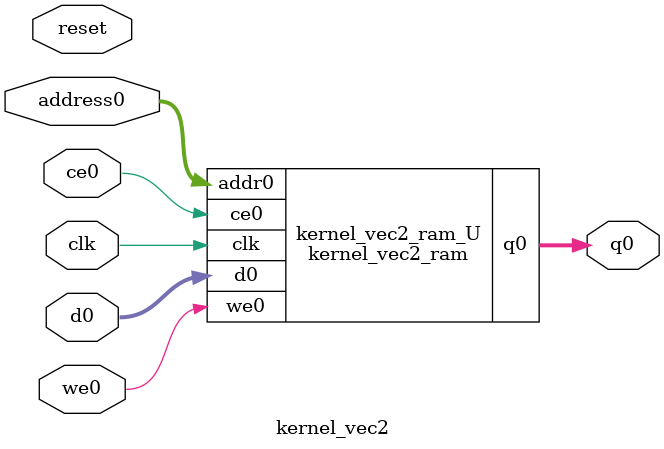
<source format=v>
`timescale 1 ns / 1 ps
module kernel_vec2_ram (addr0, ce0, d0, we0, q0,  clk);

parameter DWIDTH = 32;
parameter AWIDTH = 3;
parameter MEM_SIZE = 8;

input[AWIDTH-1:0] addr0;
input ce0;
input[DWIDTH-1:0] d0;
input we0;
output reg[DWIDTH-1:0] q0;
input clk;

(* ram_style = "distributed" *)reg [DWIDTH-1:0] ram[0:MEM_SIZE-1];




always @(posedge clk)  
begin 
    if (ce0) begin
        if (we0) 
            ram[addr0] <= d0; 
        q0 <= ram[addr0];
    end
end


endmodule

`timescale 1 ns / 1 ps
module kernel_vec2(
    reset,
    clk,
    address0,
    ce0,
    we0,
    d0,
    q0);

parameter DataWidth = 32'd32;
parameter AddressRange = 32'd8;
parameter AddressWidth = 32'd3;
input reset;
input clk;
input[AddressWidth - 1:0] address0;
input ce0;
input we0;
input[DataWidth - 1:0] d0;
output[DataWidth - 1:0] q0;



kernel_vec2_ram kernel_vec2_ram_U(
    .clk( clk ),
    .addr0( address0 ),
    .ce0( ce0 ),
    .we0( we0 ),
    .d0( d0 ),
    .q0( q0 ));

endmodule


</source>
